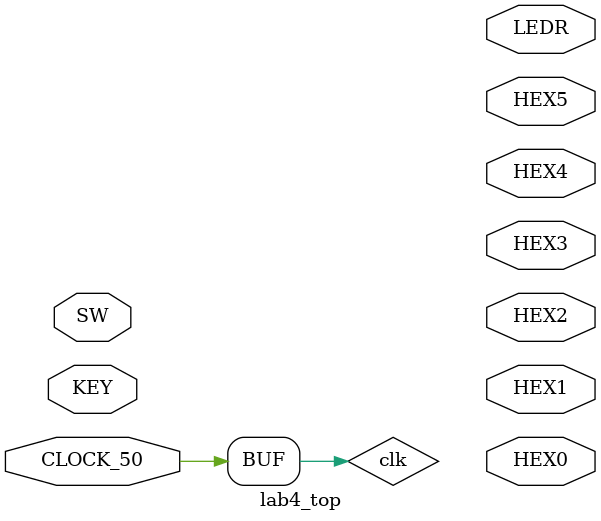
<source format=sv>
/*
 * Filename: /Users/DanielTong/Library/Mobile Documents/com~apple~CloudDocs/Study/CPEN311/CPEN311_Lab_Assignment/Lab_4/template_de1soc/code_added/lab4_top.v
 * Path: /Users/DanielTong/Library/Mobile Documents/com~apple~CloudDocs/Study/CPEN311/CPEN311_Lab_Assignment/Lab_4/template_de1soc/code_added
 * Created Date: Saturday, March 9th 2019, 2:52:38 pm
 * Author: DanielTong
 * 
 * Purpose: The top-level entity of the project
 */
                    // input
 module lab4_top(   input 				CLOCK_50,
				    input	[3:0]		KEY,
				    input	[9:0]		SW,
				    // output
                    output	wire [9:0]	LEDR,
				    output	wire [6:0]	HEX0,
				    output	wire [6:0]	HEX1,
				    output	wire [6:0]	HEX2,
				    output	wire [6:0]	HEX3,
				    output	wire [6:0]	HEX4,
				    output	wire [6:0]	HEX5);

	// internal wire
   	wire clk = CLOCK_50;
	wire reset = ~KEY[3];
	wire decode_start = ~KEY[0];

	// lab1 and lab2 module here
	decode_with_key
	decode_with_key_inst(	.clk		(clk),
							.reset		(reset),
							.start		(start),
							.secret_key	({14'b0, SW}));


 endmodule

</source>
